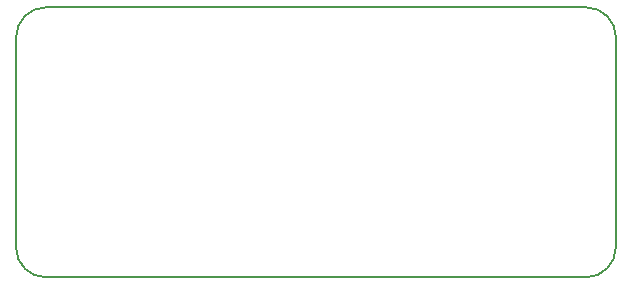
<source format=gbr>
G04 #@! TF.GenerationSoftware,KiCad,Pcbnew,(2017-09-09 revision 8c7175b)-master*
G04 #@! TF.CreationDate,2017-09-11T12:48:41-07:00*
G04 #@! TF.ProjectId,feather_ice40,666561746865725F69636534302E6B69,rev?*
G04 #@! TF.SameCoordinates,Original*
G04 #@! TF.FileFunction,Profile,NP*
%FSLAX46Y46*%
G04 Gerber Fmt 4.6, Leading zero omitted, Abs format (unit mm)*
G04 Created by KiCad (PCBNEW (2017-09-09 revision 8c7175b)-master) date Monday, September 11, 2017 'PMt' 12:48:41 PM*
%MOMM*%
%LPD*%
G01*
G04 APERTURE LIST*
%ADD10C,0.150000*%
G04 APERTURE END LIST*
D10*
X142240000Y-81280000D02*
G75*
G02X139700000Y-83820000I-2540000J0D01*
G01*
X139700000Y-60960000D02*
G75*
G02X142240000Y-63500000I0J-2540000D01*
G01*
X93980000Y-83820000D02*
G75*
G02X91440000Y-81280000I0J2540000D01*
G01*
X91440000Y-63500000D02*
G75*
G02X93980000Y-60960000I2540000J0D01*
G01*
X91440000Y-81280000D02*
X91440000Y-63500000D01*
X139700000Y-83820000D02*
X93980000Y-83820000D01*
X142240000Y-63500000D02*
X142240000Y-81280000D01*
X93980000Y-60960000D02*
X139700000Y-60960000D01*
M02*

</source>
